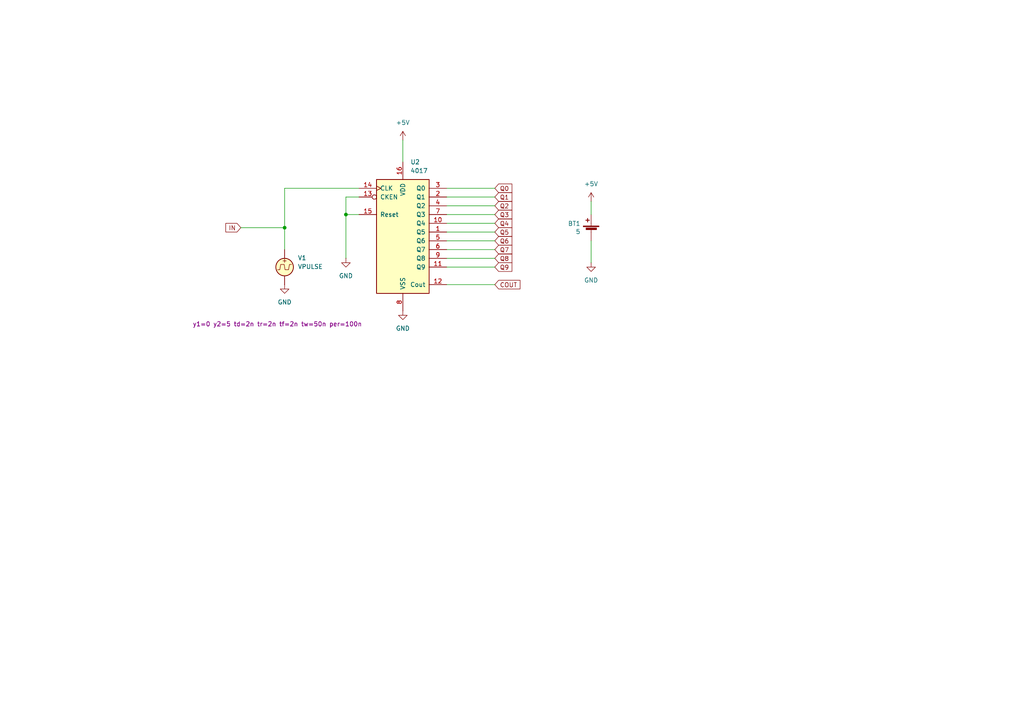
<source format=kicad_sch>
(kicad_sch (version 20231120) (generator "eeschema") (generator_version "8.0")
  (paper "A4")
  (lib_symbols
    (symbol "4xxx:4017" (pin_names (offset 1.016))
      (property "Reference" "U" (at -7.62 16.51 0))
      (property "Value" "4017" (at -7.62 -19.05 0))
      (symbol "4017_1_0"
        (pin output line (at 12.7 0 180) (length 5.08) (name "Q5") (number "1"))
        (pin output line (at 12.7 2.54 180) (length 5.08) (name "Q4") (number "10"))
        (pin output line (at 12.7 -10.16 180) (length 5.08) (name "Q9") (number "11"))
        (pin output line (at 12.7 -15.24 180) (length 5.08) (name "Cout") (number "12"))
        (pin input inverted (at -12.7 10.16 0) (length 5.08) (name "CKEN") (number "13"))
        (pin input clock (at -12.7 12.7 0) (length 5.08) (name "CLK") (number "14"))
        (pin input line (at -12.7 5.08 0) (length 5.08) (name "Reset") (number "15"))
        (pin power_in line (at 0 20.32 270) (length 5.08) (name "VDD") (number "16"))
        (pin output line (at 12.7 10.16 180) (length 5.08) (name "Q1") (number "2"))
        (pin output line (at 12.7 12.7 180) (length 5.08) (name "Q0") (number "3"))
        (pin output line (at 12.7 7.62 180) (length 5.08) (name "Q2") (number "4"))
        (pin output line (at 12.7 -2.54 180) (length 5.08) (name "Q6") (number "5"))
        (pin output line (at 12.7 -5.08 180) (length 5.08) (name "Q7") (number "6"))
        (pin output line (at 12.7 5.08 180) (length 5.08) (name "Q3") (number "7"))
        (pin power_in line (at 0 -22.86 90) (length 5.08) (name "VSS") (number "8"))
        (pin output line (at 12.7 -7.62 180) (length 5.08) (name "Q8") (number "9"))
      )
      (symbol "4017_1_1"
        (rectangle (start -7.62 15.24) (end 7.62 -17.78) (stroke (width 0.254)) (fill (type background)))
      )
    )
    (symbol "Device:Battery_Cell" (pin_numbers hide) (pin_names (offset 0) hide)
      (property "Reference" "BT" (at 2.54 2.54 0))
      (property "Value" "Battery_Cell" (at 2.54 0 0))
      (symbol "Battery_Cell_0_1"
        (rectangle (start -2.286 1.778) (end 2.286 1.524) (fill (type outline)))
        (rectangle (start -1.5748 1.1938) (end 1.4732 0.6858) (fill (type outline)))
        (polyline (pts (xy 0 0.762) (xy 0 0)))
        (polyline (pts (xy 0 1.778) (xy 0 2.54)))
        (polyline (pts (xy 0.508 3.429) (xy 1.524 3.429)) (stroke (width 0.254)))
        (polyline (pts (xy 1.016 3.937) (xy 1.016 2.921)) (stroke (width 0.254)))
      )
      (symbol "Battery_Cell_1_1"
        (pin passive line (at 0 5.08 270) (length 2.54) (name "+") (number "1"))
        (pin passive line (at 0 -2.54 90) (length 2.54) (name "-") (number "2"))
      )
    )
    (symbol "Simulation_SPICE:VPULSE" (pin_numbers hide) (pin_names (offset 0.0254))
      (property "Reference" "V" (at 2.54 2.54 0))
      (property "Value" "VPULSE" (at 2.54 0 0))
      (property "Sim.Params" "y1=0 y2=1 td=2n tr=2n tf=2n tw=50n per=100n" (at 2.54 -2.54 0))
      (symbol "VPULSE_0_0"
        (polyline (pts (xy -2.032 -0.762) (xy -1.397 -0.762) (xy -1.143 0.762) (xy -0.127 0.762) (xy 0.127 -0.762) (xy 1.143 -0.762) (xy 1.397 0.762) (xy 2.032 0.762)))
        (text "+" (at 0 1.905 0) (effects (font (size 1.27 1.27))))
      )
      (symbol "VPULSE_0_1"
        (circle (center 0 0) (radius 2.54) (stroke (width 0.254)) (fill (type background)))
      )
      (symbol "VPULSE_1_1"
        (pin passive line (at 0 5.08 270) (length 2.54) (name "~") (number "1"))
        (pin passive line (at 0 -5.08 90) (length 2.54) (name "~") (number "2"))
      )
    )
    (symbol "power:+5V" (power) (pin_numbers hide) (pin_names (offset 0) hide)
      (property "Value" "+5V" (at 0 3.556 0))
      (symbol "+5V_0_1"
        (polyline (pts (xy -0.762 1.27) (xy 0 2.54)))
        (polyline (pts (xy 0 0) (xy 0 2.54)))
        (polyline (pts (xy 0 2.54) (xy 0.762 1.27)))
      )
      (symbol "+5V_1_1"
        (pin power_in line (at 0 0 90) (length 0) (name "~") (number "1"))
      )
    )
    (symbol "power:GND" (power) (pin_numbers hide) (pin_names (offset 0) hide)
      (property "Value" "GND" (at 0 -3.81 0))
      (symbol "GND_0_1"
        (polyline (pts (xy 0 0) (xy 0 -1.27) (xy 1.27 -1.27) (xy 0 -2.54) (xy -1.27 -1.27) (xy 0 -1.27)))
      )
      (symbol "GND_1_1"
        (pin power_in line (at 0 0 270) (length 0) (name "~") (number "1"))
      )
    )
  )
  (junction (at 82.55 66.04))
  (junction (at 100.33 62.23))
  (wire (pts (xy 143.51 74.93) (xy 129.54 74.93)))
  (wire (pts (xy 143.51 82.55) (xy 129.54 82.55)))
  (wire (pts (xy 100.33 57.15) (xy 100.33 62.23)))
  (wire (pts (xy 82.55 66.04) (xy 82.55 54.61)))
  (wire (pts (xy 69.85 66.04) (xy 82.55 66.04)))
  (wire (pts (xy 116.84 40.64) (xy 116.84 46.99)))
  (wire (pts (xy 100.33 57.15) (xy 104.14 57.15)))
  (wire (pts (xy 129.54 57.15) (xy 143.51 57.15)))
  (wire (pts (xy 143.51 62.23) (xy 129.54 62.23)))
  (wire (pts (xy 100.33 62.23) (xy 104.14 62.23)))
  (wire (pts (xy 129.54 54.61) (xy 143.51 54.61)))
  (wire (pts (xy 143.51 64.77) (xy 129.54 64.77)))
  (wire (pts (xy 143.51 59.69) (xy 129.54 59.69)))
  (wire (pts (xy 143.51 69.85) (xy 129.54 69.85)))
  (wire (pts (xy 82.55 54.61) (xy 104.14 54.61)))
  (wire (pts (xy 143.51 67.31) (xy 129.54 67.31)))
  (wire (pts (xy 82.55 66.04) (xy 82.55 72.39)))
  (wire (pts (xy 171.45 69.85) (xy 171.45 76.2)))
  (wire (pts (xy 100.33 62.23) (xy 100.33 74.93)))
  (wire (pts (xy 143.51 72.39) (xy 129.54 72.39)))
  (wire (pts (xy 171.45 58.42) (xy 171.45 62.23)))
  (wire (pts (xy 143.51 77.47) (xy 129.54 77.47)))
  (global_label "Q6" (shape input) (at 143.51 69.85 0) (property "Intersheetrefs" "${INTERSHEET_REFS}" (effects (hide yes))))
  (global_label "Q8" (shape input) (at 143.51 74.93 0) (property "Intersheetrefs" "${INTERSHEET_REFS}" (effects (hide yes))))
  (global_label "Q2" (shape input) (at 143.51 59.69 0) (property "Intersheetrefs" "${INTERSHEET_REFS}" (effects (hide yes))))
  (global_label "Q0" (shape input) (at 143.51 54.61 0) (property "Intersheetrefs" "${INTERSHEET_REFS}" (effects (hide yes))))
  (global_label "Q5" (shape input) (at 143.51 67.31 0) (property "Intersheetrefs" "${INTERSHEET_REFS}" (effects (hide yes))))
  (global_label "Q1" (shape input) (at 143.51 57.15 0) (property "Intersheetrefs" "${INTERSHEET_REFS}" (effects (hide yes))))
  (global_label "Q4" (shape input) (at 143.51 64.77 0) (property "Intersheetrefs" "${INTERSHEET_REFS}" (effects (hide yes))))
  (global_label "COUT" (shape input) (at 143.51 82.55 0) (property "Intersheetrefs" "${INTERSHEET_REFS}" (effects (hide yes))))
  (global_label "Q7" (shape input) (at 143.51 72.39 0) (property "Intersheetrefs" "${INTERSHEET_REFS}" (effects (hide yes))))
  (global_label "Q9" (shape input) (at 143.51 77.47 0) (property "Intersheetrefs" "${INTERSHEET_REFS}" (effects (hide yes))))
  (global_label "Q3" (shape input) (at 143.51 62.23 0) (property "Intersheetrefs" "${INTERSHEET_REFS}" (effects (hide yes))))
  (global_label "IN" (shape input) (at 69.85 66.04 180) (property "Intersheetrefs" "${INTERSHEET_REFS}" (effects (hide yes))))
  (symbol (lib_id "power:GND") (at 82.55 82.55 0) (unit 1)
    (property "Reference" "#PWR03" (effects (hide yes)))
    (property "Value" "GND" (at 82.55 87.63 0))
    (property "Description" "Power symbol creates a global label with name \"GND\" , ground" (effects (hide yes)))
  )
  (symbol (lib_id "Device:Battery_Cell") (at 171.45 67.31 0) (mirror y) (unit 1)
    (property "Reference" "BT1" (at 168.3766 64.8462 0) (effects (justify left)))
    (property "Value" "5" (at 168.3766 67.2084 0) (effects (justify left)))
    (property "Footprint" "Battery:BatteryHolder_LINX_BAT-HLD-012-SMT" (effects (hide yes)))
    (property "Sim.Device" "V" (effects (hide yes)))
    (property "Sim.Type" "DC" (effects (hide yes)))
    (property "Sim.Pins" "1=+ 2=-" (effects (hide yes)))
  )
  (symbol (lib_id "power:GND") (at 171.45 76.2 0) (unit 1)
    (property "Reference" "#PWR01" (effects (hide yes)))
    (property "Value" "GND" (at 171.45 81.28 0))
    (property "Description" "Power symbol creates a global label with name \"GND\" , ground" (effects (hide yes)))
  )
  (symbol (lib_id "power:GND") (at 100.33 74.93 0) (unit 1)
    (property "Reference" "#PWR07" (effects (hide yes)))
    (property "Value" "GND" (at 100.33 80.01 0))
    (property "Description" "Power symbol creates a global label with name \"GND\" , ground" (effects (hide yes)))
  )
  (symbol (lib_id "Simulation_SPICE:VPULSE") (at 82.55 77.47 0) (unit 1)
    (property "Reference" "V1" (at 86.36 74.8001 0) (effects (justify left)))
    (property "Value" "VPULSE" (at 86.36 77.3401 0) (effects (justify left)))
    (property "Datasheet" "https://ngspice.sourceforge.io/docs/ngspice-html-manual/manual.xhtml#sec_Independent_Sources_for" (effects (hide yes)))
    (property "Description" "Voltage source, pulse" (effects (hide yes)))
    (property "Sim.Pins" "1=+ 2=-" (effects (hide yes)))
    (property "Sim.Type" "PULSE" (effects (hide yes)))
    (property "Sim.Device" "V" (effects (hide yes)))
    (property "Sim.Params" "y1=0 y2=5 td=2n tr=2n tf=2n tw=50n per=100n" (at 55.88 93.98 0) (effects (justify left)))
  )
  (symbol (lib_id "power:+5V") (at 171.45 58.42 0) (unit 1)
    (property "Reference" "#PWR02" (effects (hide yes)))
    (property "Value" "+5V" (at 171.45 53.34 0))
    (property "Description" "Power symbol creates a global label with name \"+5V\"" (effects (hide yes)))
  )
  (symbol (lib_id "power:+5V") (at 116.84 40.64 0) (unit 1)
    (property "Reference" "#PWR05" (effects (hide yes)))
    (property "Value" "+5V" (at 116.84 35.56 0))
    (property "Description" "Power symbol creates a global label with name \"+5V\"" (effects (hide yes)))
  )
  (symbol (lib_id "4xxx:4017") (at 116.84 67.31 0) (unit 1)
    (property "Reference" "U2" (at 119.0341 46.99 0) (effects (justify left)))
    (property "Value" "4017" (at 119.0341 49.53 0) (effects (justify left)))
    (property "Datasheet" "http://www.intersil.com/content/dam/Intersil/documents/cd40/cd4017bms-22bms.pdf" (effects (hide yes)))
    (property "Description" "Johnson Counter ( 10 outputs )" (effects (hide yes)))
    (property "Sim.Library" "../CD4017B.lib" (effects (hide yes)))
    (property "Sim.Name" "CD4017B" (effects (hide yes)))
    (property "Sim.Device" "SUBCKT" (effects (hide yes)))
    (property "Sim.Pins" "1=Q5 2=Q1 3=Q0 4=Q2 5=Q6 6=Q7 7=Q3 8=VGND 9=Q8 10=Q4 11=Q9 12=COUT 13=CKEN 14=CLK 15=RST 16=VCC" (effects (hide yes)))
  )
  (symbol (lib_id "power:GND") (at 116.84 90.17 0) (unit 1)
    (property "Reference" "#PWR06" (effects (hide yes)))
    (property "Value" "GND" (at 116.84 95.25 0))
    (property "Description" "Power symbol creates a global label with name \"GND\" , ground" (effects (hide yes)))
  )
)
</source>
